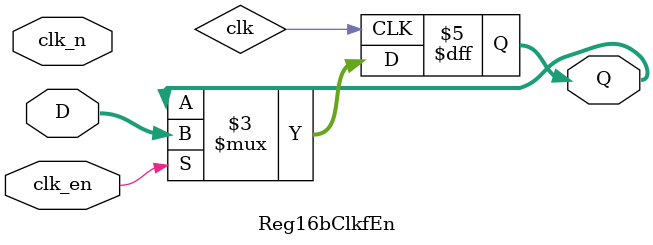
<source format=v>
`timescale 1ns / 1ps
module Reg16bClkfEn(
	input clk_n, 		// clock
	input clk_en,	// clock enable
	input [15:0] D,	// data input
	output reg [15:0] Q);	// data output

	// module body
	always @(negedge clk) begin
		if (clk_en) Q <= D;
		else Q <= Q;
	end
endmodule

</source>
